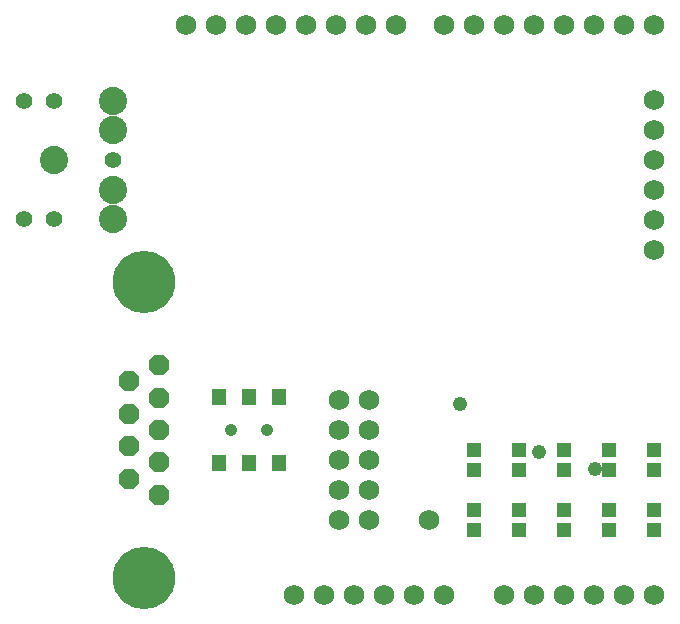
<source format=gts>
G75*
G70*
%OFA0B0*%
%FSLAX24Y24*%
%IPPOS*%
%LPD*%
%AMOC8*
5,1,8,0,0,1.08239X$1,22.5*
%
%ADD10OC8,0.0680*%
%ADD11C,0.2080*%
%ADD12C,0.0680*%
%ADD13R,0.0474X0.0513*%
%ADD14R,0.0474X0.0533*%
%ADD15C,0.0415*%
%ADD16C,0.0552*%
%ADD17C,0.0940*%
%ADD18C,0.0480*%
D10*
X006701Y005565D03*
X007701Y005025D03*
X007701Y006105D03*
X006701Y006645D03*
X007701Y007185D03*
X006701Y007725D03*
X007701Y008265D03*
X006701Y008805D03*
X007701Y009345D03*
D11*
X007201Y012115D03*
X007201Y002255D03*
D12*
X012201Y001685D03*
X013201Y001685D03*
X014201Y001685D03*
X015201Y001685D03*
X016201Y001685D03*
X017201Y001685D03*
X019201Y001685D03*
X020201Y001685D03*
X021201Y001685D03*
X022201Y001685D03*
X023201Y001685D03*
X024201Y001685D03*
X016701Y004185D03*
X014701Y004185D03*
X013701Y004185D03*
X013701Y005185D03*
X014701Y005185D03*
X014701Y006185D03*
X013701Y006185D03*
X013701Y007185D03*
X014701Y007185D03*
X014701Y008185D03*
X013701Y008185D03*
X024201Y013185D03*
X024201Y014185D03*
X024201Y015185D03*
X024201Y016185D03*
X024201Y017185D03*
X024201Y018185D03*
X024201Y020685D03*
X023201Y020685D03*
X022201Y020685D03*
X021201Y020685D03*
X020201Y020685D03*
X019201Y020685D03*
X018201Y020685D03*
X017201Y020685D03*
X015601Y020685D03*
X014601Y020685D03*
X013601Y020685D03*
X012601Y020685D03*
X011601Y020685D03*
X010601Y020685D03*
X009601Y020685D03*
X008601Y020685D03*
D13*
X018201Y006520D03*
X018201Y005851D03*
X018201Y004520D03*
X018201Y003851D03*
X019701Y003851D03*
X019701Y004520D03*
X019701Y005851D03*
X019701Y006520D03*
X021201Y006520D03*
X021201Y005851D03*
X021201Y004520D03*
X021201Y003851D03*
X022701Y003851D03*
X022701Y004520D03*
X024201Y004520D03*
X024201Y003851D03*
X024201Y005851D03*
X024201Y006520D03*
X022701Y006520D03*
X022701Y005851D03*
D14*
X011685Y006073D03*
X010701Y006073D03*
X009717Y006073D03*
X009717Y008298D03*
X010701Y008298D03*
X011685Y008298D03*
D15*
X011292Y007185D03*
X010111Y007185D03*
D16*
X004201Y014217D03*
X003217Y014217D03*
X006170Y016185D03*
X004201Y018154D03*
X003217Y018154D03*
D17*
X004201Y016185D03*
X006170Y015201D03*
X006170Y014217D03*
X006170Y017170D03*
X006170Y018154D03*
D18*
X017741Y008045D03*
X020381Y006445D03*
X022221Y005885D03*
M02*

</source>
